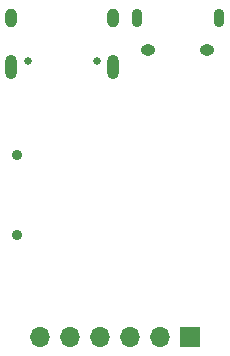
<source format=gbs>
G04 #@! TF.GenerationSoftware,KiCad,Pcbnew,7.0.5-7.0.5~ubuntu22.04.1*
G04 #@! TF.CreationDate,2023-07-13T11:12:20+08:00*
G04 #@! TF.ProjectId,EFP-flash,4546502d-666c-4617-9368-2e6b69636164,v1.1.0*
G04 #@! TF.SameCoordinates,Original*
G04 #@! TF.FileFunction,Soldermask,Bot*
G04 #@! TF.FilePolarity,Negative*
%FSLAX46Y46*%
G04 Gerber Fmt 4.6, Leading zero omitted, Abs format (unit mm)*
G04 Created by KiCad (PCBNEW 7.0.5-7.0.5~ubuntu22.04.1) date 2023-07-13 11:12:20*
%MOMM*%
%LPD*%
G01*
G04 APERTURE LIST*
%ADD10O,0.890000X1.550000*%
%ADD11O,1.250000X0.950000*%
%ADD12C,0.900000*%
%ADD13C,0.650000*%
%ADD14O,1.000000X2.100000*%
%ADD15O,1.000000X1.600000*%
%ADD16R,1.700000X1.700000*%
%ADD17O,1.700000X1.700000*%
G04 APERTURE END LIST*
D10*
G04 #@! TO.C,J101*
X151709000Y-38959000D03*
D11*
X150709000Y-41659000D03*
X145709000Y-41659000D03*
D10*
X144709000Y-38959000D03*
G04 #@! TD*
D12*
G04 #@! TO.C,SW101*
X134620000Y-50575000D03*
X134620000Y-57375000D03*
G04 #@! TD*
D13*
G04 #@! TO.C,J102*
X141320000Y-42605000D03*
X135540000Y-42605000D03*
D14*
X142750000Y-43135000D03*
D15*
X142750000Y-38955000D03*
D14*
X134110000Y-43135000D03*
D15*
X134110000Y-38955000D03*
G04 #@! TD*
D16*
G04 #@! TO.C,J103*
X149225000Y-66040000D03*
D17*
X146685000Y-66040000D03*
X144145000Y-66040000D03*
X141605000Y-66040000D03*
X139065000Y-66040000D03*
X136525000Y-66040000D03*
G04 #@! TD*
M02*

</source>
